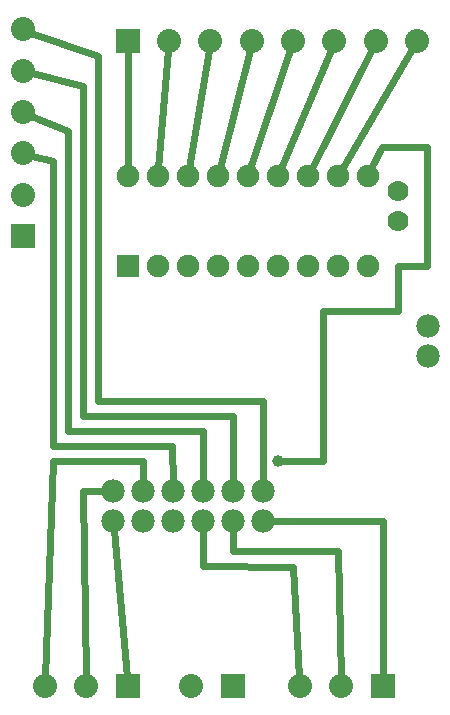
<source format=gbl>
G04 MADE WITH FRITZING*
G04 WWW.FRITZING.ORG*
G04 DOUBLE SIDED*
G04 HOLES PLATED*
G04 CONTOUR ON CENTER OF CONTOUR VECTOR*
%ASAXBY*%
%FSLAX23Y23*%
%MOIN*%
%OFA0B0*%
%SFA1.0B1.0*%
%ADD10C,0.075000*%
%ADD11C,0.039370*%
%ADD12C,0.080000*%
%ADD13C,0.070000*%
%ADD14C,0.078000*%
%ADD15R,0.075000X0.075000*%
%ADD16R,0.080000X0.080000*%
%ADD17C,0.024000*%
%LNCOPPER0*%
G90*
G70*
G54D10*
X504Y1738D03*
X504Y2038D03*
X604Y1738D03*
X604Y2038D03*
X704Y1738D03*
X704Y2038D03*
X804Y1738D03*
X804Y2038D03*
X904Y1738D03*
X904Y2038D03*
X1004Y1738D03*
X1004Y2038D03*
X1104Y1738D03*
X1104Y2038D03*
X1204Y1738D03*
X1204Y2038D03*
X1304Y1738D03*
X1304Y2038D03*
G54D11*
X1004Y1087D03*
G54D12*
X504Y2488D03*
X642Y2488D03*
X779Y2488D03*
X917Y2488D03*
X1055Y2488D03*
X1193Y2488D03*
X1331Y2488D03*
X1468Y2488D03*
G54D13*
X1404Y1988D03*
X1404Y1888D03*
G54D14*
X1504Y1538D03*
X1504Y1438D03*
G54D12*
X854Y338D03*
X716Y338D03*
G54D14*
X454Y888D03*
X554Y888D03*
X654Y888D03*
X754Y888D03*
X854Y888D03*
X954Y888D03*
X454Y888D03*
X554Y888D03*
X654Y888D03*
X754Y888D03*
X854Y888D03*
X954Y888D03*
X954Y988D03*
X854Y988D03*
X754Y988D03*
X654Y988D03*
X554Y988D03*
X454Y988D03*
G54D12*
X504Y338D03*
X366Y338D03*
X228Y338D03*
X1354Y338D03*
X1216Y338D03*
X1078Y338D03*
X154Y1838D03*
X154Y1976D03*
X154Y2113D03*
X154Y2251D03*
X154Y2389D03*
X154Y2527D03*
G54D15*
X504Y1738D03*
G54D16*
X504Y2488D03*
X854Y338D03*
X504Y338D03*
X1354Y338D03*
X154Y1838D03*
G54D17*
X1155Y1588D02*
X1155Y1087D01*
D02*
X1155Y1087D02*
X1023Y1087D01*
D02*
X1404Y1588D02*
X1155Y1588D01*
D02*
X1503Y1739D02*
X1404Y1739D01*
D02*
X1404Y1739D02*
X1404Y1588D01*
D02*
X1353Y2136D02*
X1503Y2136D01*
D02*
X1503Y2136D02*
X1503Y1739D01*
D02*
X1316Y2063D02*
X1353Y2136D01*
D02*
X504Y2457D02*
X504Y2066D01*
D02*
X639Y2457D02*
X606Y2066D01*
D02*
X774Y2457D02*
X709Y2066D01*
D02*
X910Y2458D02*
X811Y2066D01*
D02*
X1045Y2458D02*
X913Y2065D01*
D02*
X1181Y2459D02*
X1015Y2064D01*
D02*
X1317Y2460D02*
X1117Y2063D01*
D02*
X1453Y2461D02*
X1218Y2062D01*
D02*
X501Y369D02*
X457Y858D01*
D02*
X366Y369D02*
X356Y988D01*
D02*
X356Y988D02*
X424Y988D01*
D02*
X229Y369D02*
X256Y1088D01*
D02*
X256Y1088D02*
X555Y1089D01*
D02*
X555Y1089D02*
X554Y1018D01*
D02*
X755Y738D02*
X754Y858D01*
D02*
X1056Y736D02*
X755Y738D01*
D02*
X1076Y369D02*
X1056Y736D01*
D02*
X855Y789D02*
X854Y858D01*
D02*
X1204Y788D02*
X855Y789D01*
D02*
X1215Y369D02*
X1204Y788D01*
D02*
X1356Y888D02*
X984Y888D01*
D02*
X1354Y369D02*
X1356Y888D01*
D02*
X405Y1287D02*
X954Y1287D01*
D02*
X405Y2439D02*
X405Y1287D01*
D02*
X183Y2516D02*
X405Y2439D01*
D02*
X954Y1287D02*
X954Y1018D01*
D02*
X854Y1237D02*
X854Y1018D01*
D02*
X355Y1237D02*
X854Y1237D01*
D02*
X355Y2338D02*
X355Y1237D01*
D02*
X184Y2381D02*
X355Y2338D01*
D02*
X755Y1188D02*
X754Y1018D01*
D02*
X305Y1187D02*
X755Y1188D01*
D02*
X305Y2188D02*
X305Y1187D01*
D02*
X182Y2239D02*
X305Y2188D01*
D02*
X653Y1137D02*
X654Y1018D01*
D02*
X254Y1137D02*
X653Y1137D01*
D02*
X254Y2087D02*
X254Y1137D01*
D02*
X184Y2106D02*
X254Y2087D01*
G04 End of Copper0*
M02*
</source>
